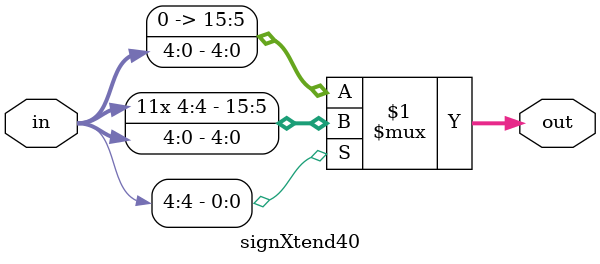
<source format=v>
module signXtend40(in,out);
input [4:0] in;
output [15:0] out;

assign out = (in[4]) ? {{11{in[4]}},in[4:0]}: {{11{1'b0}},in[4:0]};


endmodule

</source>
